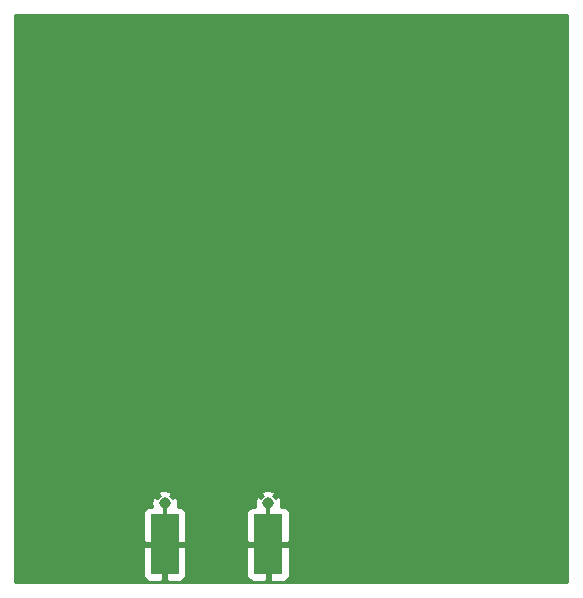
<source format=gbr>
G04 #@! TF.FileFunction,Copper,L2,Bot,Signal*
%FSLAX46Y46*%
G04 Gerber Fmt 4.6, Leading zero omitted, Abs format (unit mm)*
G04 Created by KiCad (PCBNEW 4.0.5) date 02/20/17 22:52:26*
%MOMM*%
%LPD*%
G01*
G04 APERTURE LIST*
%ADD10C,0.100000*%
%ADD11R,2.420000X5.080000*%
%ADD12C,0.970000*%
%ADD13R,0.460000X0.890000*%
%ADD14C,0.254000*%
G04 APERTURE END LIST*
D10*
D11*
X125795000Y-97605000D03*
X134555000Y-97605000D03*
D12*
X125795000Y-94165000D03*
X134555000Y-94165000D03*
D13*
X125795000Y-94615000D03*
X134555000Y-94615000D03*
D14*
G36*
X159893000Y-100838000D02*
X113157000Y-100838000D01*
X113157000Y-97890750D01*
X123950000Y-97890750D01*
X123950000Y-100271309D01*
X124046673Y-100504698D01*
X124225301Y-100683327D01*
X124458690Y-100780000D01*
X125509250Y-100780000D01*
X125668000Y-100621250D01*
X125668000Y-97732000D01*
X125922000Y-97732000D01*
X125922000Y-100621250D01*
X126080750Y-100780000D01*
X127131310Y-100780000D01*
X127364699Y-100683327D01*
X127543327Y-100504698D01*
X127640000Y-100271309D01*
X127640000Y-97890750D01*
X132710000Y-97890750D01*
X132710000Y-100271309D01*
X132806673Y-100504698D01*
X132985301Y-100683327D01*
X133218690Y-100780000D01*
X134269250Y-100780000D01*
X134428000Y-100621250D01*
X134428000Y-97732000D01*
X134682000Y-97732000D01*
X134682000Y-100621250D01*
X134840750Y-100780000D01*
X135891310Y-100780000D01*
X136124699Y-100683327D01*
X136303327Y-100504698D01*
X136400000Y-100271309D01*
X136400000Y-97890750D01*
X136241250Y-97732000D01*
X134682000Y-97732000D01*
X134428000Y-97732000D01*
X132868750Y-97732000D01*
X132710000Y-97890750D01*
X127640000Y-97890750D01*
X127481250Y-97732000D01*
X125922000Y-97732000D01*
X125668000Y-97732000D01*
X124108750Y-97732000D01*
X123950000Y-97890750D01*
X113157000Y-97890750D01*
X113157000Y-94938691D01*
X123950000Y-94938691D01*
X123950000Y-97319250D01*
X124108750Y-97478000D01*
X125668000Y-97478000D01*
X125668000Y-97458000D01*
X125922000Y-97458000D01*
X125922000Y-97478000D01*
X127481250Y-97478000D01*
X127640000Y-97319250D01*
X127640000Y-94938691D01*
X132710000Y-94938691D01*
X132710000Y-97319250D01*
X132868750Y-97478000D01*
X134428000Y-97478000D01*
X134428000Y-97458000D01*
X134682000Y-97458000D01*
X134682000Y-97478000D01*
X136241250Y-97478000D01*
X136400000Y-97319250D01*
X136400000Y-94938691D01*
X136303327Y-94705302D01*
X136124699Y-94526673D01*
X135891310Y-94430000D01*
X135647129Y-94430000D01*
X135688149Y-94306436D01*
X135656018Y-93862032D01*
X135547768Y-93600692D01*
X135334200Y-93565405D01*
X135206315Y-93693290D01*
X135144699Y-93631673D01*
X134977838Y-93562557D01*
X135154595Y-93385800D01*
X135119308Y-93172232D01*
X134696436Y-93031851D01*
X134252032Y-93063982D01*
X133990692Y-93172232D01*
X133955405Y-93385800D01*
X134132162Y-93562557D01*
X133965301Y-93631673D01*
X133903685Y-93693290D01*
X133775800Y-93565405D01*
X133562232Y-93600692D01*
X133421851Y-94023564D01*
X133451237Y-94430000D01*
X133218690Y-94430000D01*
X132985301Y-94526673D01*
X132806673Y-94705302D01*
X132710000Y-94938691D01*
X127640000Y-94938691D01*
X127543327Y-94705302D01*
X127364699Y-94526673D01*
X127131310Y-94430000D01*
X126887129Y-94430000D01*
X126928149Y-94306436D01*
X126896018Y-93862032D01*
X126787768Y-93600692D01*
X126574200Y-93565405D01*
X126446315Y-93693290D01*
X126384699Y-93631673D01*
X126217838Y-93562557D01*
X126394595Y-93385800D01*
X126359308Y-93172232D01*
X125936436Y-93031851D01*
X125492032Y-93063982D01*
X125230692Y-93172232D01*
X125195405Y-93385800D01*
X125372162Y-93562557D01*
X125205301Y-93631673D01*
X125143685Y-93693290D01*
X125015800Y-93565405D01*
X124802232Y-93600692D01*
X124661851Y-94023564D01*
X124691237Y-94430000D01*
X124458690Y-94430000D01*
X124225301Y-94526673D01*
X124046673Y-94705302D01*
X123950000Y-94938691D01*
X113157000Y-94938691D01*
X113157000Y-52832000D01*
X159893000Y-52832000D01*
X159893000Y-100838000D01*
X159893000Y-100838000D01*
G37*
X159893000Y-100838000D02*
X113157000Y-100838000D01*
X113157000Y-97890750D01*
X123950000Y-97890750D01*
X123950000Y-100271309D01*
X124046673Y-100504698D01*
X124225301Y-100683327D01*
X124458690Y-100780000D01*
X125509250Y-100780000D01*
X125668000Y-100621250D01*
X125668000Y-97732000D01*
X125922000Y-97732000D01*
X125922000Y-100621250D01*
X126080750Y-100780000D01*
X127131310Y-100780000D01*
X127364699Y-100683327D01*
X127543327Y-100504698D01*
X127640000Y-100271309D01*
X127640000Y-97890750D01*
X132710000Y-97890750D01*
X132710000Y-100271309D01*
X132806673Y-100504698D01*
X132985301Y-100683327D01*
X133218690Y-100780000D01*
X134269250Y-100780000D01*
X134428000Y-100621250D01*
X134428000Y-97732000D01*
X134682000Y-97732000D01*
X134682000Y-100621250D01*
X134840750Y-100780000D01*
X135891310Y-100780000D01*
X136124699Y-100683327D01*
X136303327Y-100504698D01*
X136400000Y-100271309D01*
X136400000Y-97890750D01*
X136241250Y-97732000D01*
X134682000Y-97732000D01*
X134428000Y-97732000D01*
X132868750Y-97732000D01*
X132710000Y-97890750D01*
X127640000Y-97890750D01*
X127481250Y-97732000D01*
X125922000Y-97732000D01*
X125668000Y-97732000D01*
X124108750Y-97732000D01*
X123950000Y-97890750D01*
X113157000Y-97890750D01*
X113157000Y-94938691D01*
X123950000Y-94938691D01*
X123950000Y-97319250D01*
X124108750Y-97478000D01*
X125668000Y-97478000D01*
X125668000Y-97458000D01*
X125922000Y-97458000D01*
X125922000Y-97478000D01*
X127481250Y-97478000D01*
X127640000Y-97319250D01*
X127640000Y-94938691D01*
X132710000Y-94938691D01*
X132710000Y-97319250D01*
X132868750Y-97478000D01*
X134428000Y-97478000D01*
X134428000Y-97458000D01*
X134682000Y-97458000D01*
X134682000Y-97478000D01*
X136241250Y-97478000D01*
X136400000Y-97319250D01*
X136400000Y-94938691D01*
X136303327Y-94705302D01*
X136124699Y-94526673D01*
X135891310Y-94430000D01*
X135647129Y-94430000D01*
X135688149Y-94306436D01*
X135656018Y-93862032D01*
X135547768Y-93600692D01*
X135334200Y-93565405D01*
X135206315Y-93693290D01*
X135144699Y-93631673D01*
X134977838Y-93562557D01*
X135154595Y-93385800D01*
X135119308Y-93172232D01*
X134696436Y-93031851D01*
X134252032Y-93063982D01*
X133990692Y-93172232D01*
X133955405Y-93385800D01*
X134132162Y-93562557D01*
X133965301Y-93631673D01*
X133903685Y-93693290D01*
X133775800Y-93565405D01*
X133562232Y-93600692D01*
X133421851Y-94023564D01*
X133451237Y-94430000D01*
X133218690Y-94430000D01*
X132985301Y-94526673D01*
X132806673Y-94705302D01*
X132710000Y-94938691D01*
X127640000Y-94938691D01*
X127543327Y-94705302D01*
X127364699Y-94526673D01*
X127131310Y-94430000D01*
X126887129Y-94430000D01*
X126928149Y-94306436D01*
X126896018Y-93862032D01*
X126787768Y-93600692D01*
X126574200Y-93565405D01*
X126446315Y-93693290D01*
X126384699Y-93631673D01*
X126217838Y-93562557D01*
X126394595Y-93385800D01*
X126359308Y-93172232D01*
X125936436Y-93031851D01*
X125492032Y-93063982D01*
X125230692Y-93172232D01*
X125195405Y-93385800D01*
X125372162Y-93562557D01*
X125205301Y-93631673D01*
X125143685Y-93693290D01*
X125015800Y-93565405D01*
X124802232Y-93600692D01*
X124661851Y-94023564D01*
X124691237Y-94430000D01*
X124458690Y-94430000D01*
X124225301Y-94526673D01*
X124046673Y-94705302D01*
X123950000Y-94938691D01*
X113157000Y-94938691D01*
X113157000Y-52832000D01*
X159893000Y-52832000D01*
X159893000Y-100838000D01*
M02*

</source>
